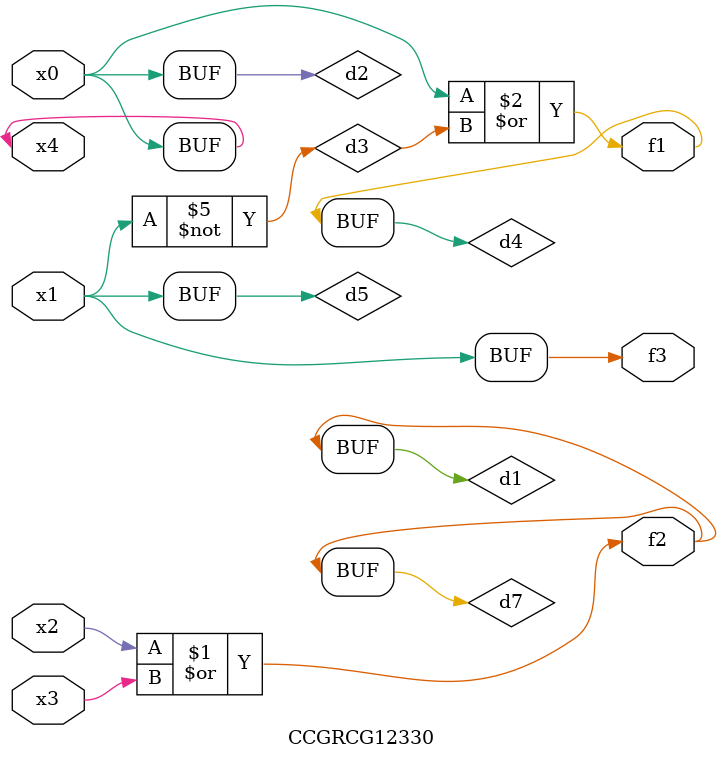
<source format=v>
module CCGRCG12330(
	input x0, x1, x2, x3, x4,
	output f1, f2, f3
);

	wire d1, d2, d3, d4, d5, d6, d7;

	or (d1, x2, x3);
	buf (d2, x0, x4);
	not (d3, x1);
	or (d4, d2, d3);
	not (d5, d3);
	nand (d6, d1, d3);
	or (d7, d1);
	assign f1 = d4;
	assign f2 = d7;
	assign f3 = d5;
endmodule

</source>
